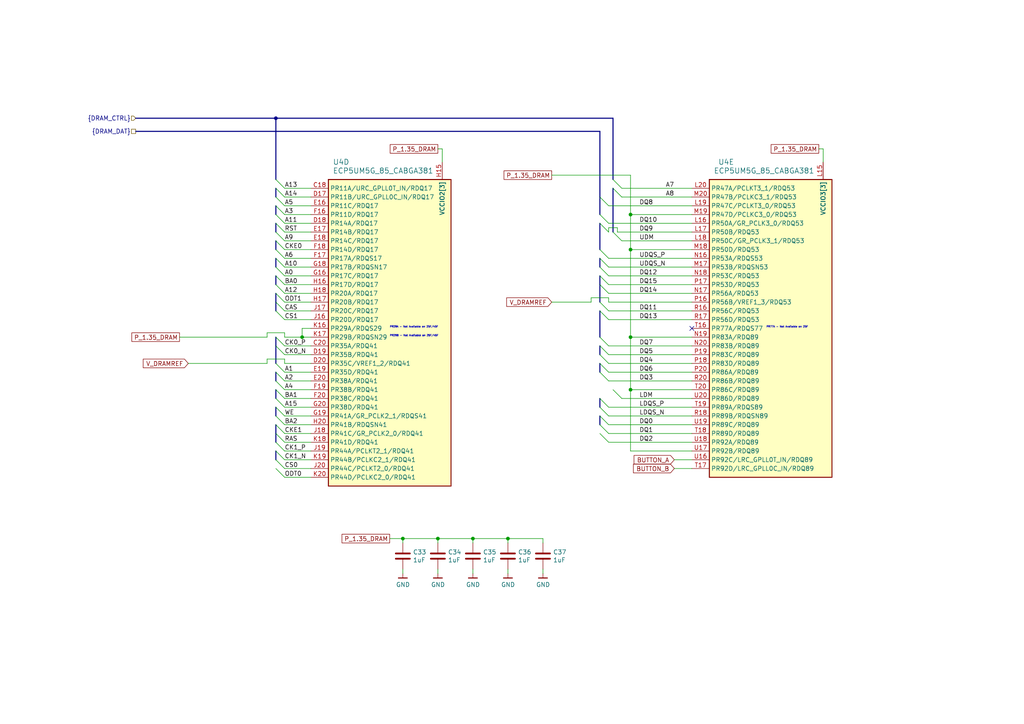
<source format=kicad_sch>
(kicad_sch (version 20200618) (host eeschema "5.99.0-unknown-73168a9~101~ubuntu18.04.1")
  (page 8 18)
  (paper "A4")
  (title_block (title "ButterStick") (date "2020-07-17") (rev "r1.0") (company "GsD") (comment 1 "Functional prototyping board for the Lattice ECP5."))
  (lib_symbols
    (symbol "Device:C" (pin_numbers hide) (pin_names (offset 0.254))
      (property "Reference" "C" (at 0.635 2.54 0))
      (property "Value" "C" (at 0.635 -2.54 0))
      (symbol "C_0_1"
        (polyline (pts (xy -2.032 -0.762) (xy 2.032 -0.762)) (stroke (width 0.508)))
        (polyline (pts (xy -2.032 0.762) (xy 2.032 0.762)) (stroke (width 0.508)))
      )
      (symbol "C_1_1"
        (pin passive line (at 0 3.81 270) (length 2.794) (name "~") (number "1"))
        (pin passive line (at 0 -3.81 90) (length 2.794) (name "~") (number "2"))
      )
    )
    (symbol "gkl_lattice:ECP5UM5G_85_CABGA381"
      (property "Reference" "U" (at 3.81 6.35 0))
      (property "Value" "ECP5UM5G_85_CABGA381" (at 3.81 3.81 0))
      (symbol "ECP5UM5G_85_CABGA381_1_1"
        (rectangle (start 5.08 16.51) (end 43.18 -11.43) (stroke (width 0.3048)) (fill (type background)))
        (pin power_in line (at 40.64 -16.51 90) (length 5.08) (name "GND[85]") (number "B14"))
        (pin power_in line (at 40.64 -16.51 90) (length 5.08) (name "GND[85]") (number "B7"))
        (pin power_in line (at 40.64 -16.51 90) (length 5.08) (name "GND[85]") (number "C19"))
        (pin power_in line (at 40.64 -16.51 90) (length 5.08) (name "GND[85]") (number "D4"))
        (pin power_in line (at 40.64 -16.51 90) (length 5.08) (name "GND[85]") (number "F13"))
        (pin power_in line (at 40.64 -16.51 90) (length 5.08) (name "GND[85]") (number "F14"))
        (pin power_in line (at 17.78 21.59 270) (length 5.08) (name "VCCAUX[4]") (number "F15"))
        (pin power_in line (at 17.78 21.59 270) (length 5.08) (name "VCCAUX[4]") (number "F6"))
        (pin power_in line (at 40.64 -16.51 90) (length 5.08) (name "GND[85]") (number "F7"))
        (pin power_in line (at 40.64 -16.51 90) (length 5.08) (name "GND[85]") (number "F8"))
        (pin power_in line (at 40.64 -16.51 90) (length 5.08) (name "GND[85]") (number "G10"))
        (pin power_in line (at 40.64 -16.51 90) (length 5.08) (name "GND[85]") (number "G11"))
        (pin power_in line (at 40.64 -16.51 90) (length 5.08) (name "GND[85]") (number "G12"))
        (pin power_in line (at 40.64 -16.51 90) (length 5.08) (name "GND[85]") (number "G13"))
        (pin power_in line (at 40.64 -16.51 90) (length 5.08) (name "GND[85]") (number "G14"))
        (pin power_in line (at 40.64 -16.51 90) (length 5.08) (name "GND[85]") (number "G15"))
        (pin power_in line (at 40.64 -16.51 90) (length 5.08) (name "GND[85]") (number "G17"))
        (pin power_in line (at 40.64 -16.51 90) (length 5.08) (name "GND[85]") (number "G4"))
        (pin power_in line (at 40.64 -16.51 90) (length 5.08) (name "GND[85]") (number "G6"))
        (pin power_in line (at 40.64 -16.51 90) (length 5.08) (name "GND[85]") (number "G7"))
        (pin power_in line (at 40.64 -16.51 90) (length 5.08) (name "GND[85]") (number "G8"))
        (pin power_in line (at 40.64 -16.51 90) (length 5.08) (name "GND[85]") (number "G9"))
        (pin power_in line (at 40.64 21.59 270) (length 5.08) (name "VCC[20]") (number "H10"))
        (pin power_in line (at 40.64 21.59 270) (length 5.08) (name "VCC[20]") (number "H11"))
        (pin power_in line (at 40.64 21.59 270) (length 5.08) (name "VCC[20]") (number "H12"))
        (pin power_in line (at 40.64 21.59 270) (length 5.08) (name "VCC[20]") (number "H13"))
        (pin power_in line (at 40.64 -16.51 90) (length 5.08) (name "GND[85]") (number "H19"))
        (pin power_in line (at 40.64 21.59 270) (length 5.08) (name "VCC[20]") (number "H8"))
        (pin power_in line (at 40.64 21.59 270) (length 5.08) (name "VCC[20]") (number "H9"))
        (pin power_in line (at 40.64 -16.51 90) (length 5.08) (name "GND[85]") (number "J10"))
        (pin power_in line (at 40.64 -16.51 90) (length 5.08) (name "GND[85]") (number "J11"))
        (pin power_in line (at 40.64 -16.51 90) (length 5.08) (name "GND[85]") (number "J12"))
        (pin power_in line (at 40.64 21.59 270) (length 5.08) (name "VCC[20]") (number "J13"))
        (pin power_in line (at 40.64 -16.51 90) (length 5.08) (name "GND[85]") (number "J14"))
        (pin power_in line (at 40.64 -16.51 90) (length 5.08) (name "GND[85]") (number "J2"))
        (pin power_in line (at 40.64 -16.51 90) (length 5.08) (name "GND[85]") (number "J7"))
        (pin power_in line (at 40.64 21.59 270) (length 5.08) (name "VCC[20]") (number "J8"))
        (pin power_in line (at 40.64 -16.51 90) (length 5.08) (name "GND[85]") (number "J9"))
        (pin power_in line (at 40.64 -16.51 90) (length 5.08) (name "GND[85]") (number "K10"))
        (pin power_in line (at 40.64 -16.51 90) (length 5.08) (name "GND[85]") (number "K11"))
        (pin power_in line (at 40.64 -16.51 90) (length 5.08) (name "GND[85]") (number "K12"))
        (pin power_in line (at 40.64 21.59 270) (length 5.08) (name "VCC[20]") (number "K13"))
        (pin power_in line (at 40.64 -16.51 90) (length 5.08) (name "GND[85]") (number "K14"))
        (pin power_in line (at 40.64 -16.51 90) (length 5.08) (name "GND[85]") (number "K15"))
        (pin power_in line (at 40.64 -16.51 90) (length 5.08) (name "GND[85]") (number "K6"))
        (pin power_in line (at 40.64 -16.51 90) (length 5.08) (name "GND[85]") (number "K7"))
        (pin power_in line (at 40.64 21.59 270) (length 5.08) (name "VCC[20]") (number "K8"))
        (pin power_in line (at 40.64 -16.51 90) (length 5.08) (name "GND[85]") (number "K9"))
        (pin power_in line (at 40.64 -16.51 90) (length 5.08) (name "GND[85]") (number "L10"))
        (pin power_in line (at 40.64 -16.51 90) (length 5.08) (name "GND[85]") (number "L11"))
        (pin power_in line (at 40.64 -16.51 90) (length 5.08) (name "GND[85]") (number "L12"))
        (pin power_in line (at 40.64 21.59 270) (length 5.08) (name "VCC[20]") (number "L13"))
        (pin power_in line (at 40.64 21.59 270) (length 5.08) (name "VCC[20]") (number "L8"))
        (pin power_in line (at 40.64 -16.51 90) (length 5.08) (name "GND[85]") (number "L9"))
        (pin power_in line (at 40.64 -16.51 90) (length 5.08) (name "GND[85]") (number "M10"))
        (pin power_in line (at 40.64 -16.51 90) (length 5.08) (name "GND[85]") (number "M11"))
        (pin power_in line (at 40.64 -16.51 90) (length 5.08) (name "GND[85]") (number "M12"))
        (pin power_in line (at 40.64 21.59 270) (length 5.08) (name "VCC[20]") (number "M13"))
        (pin power_in line (at 40.64 -16.51 90) (length 5.08) (name "GND[85]") (number "M14"))
        (pin power_in line (at 40.64 -16.51 90) (length 5.08) (name "GND[85]") (number "M16"))
        (pin power_in line (at 40.64 -16.51 90) (length 5.08) (name "GND[85]") (number "M2"))
        (pin power_in line (at 40.64 -16.51 90) (length 5.08) (name "GND[85]") (number "M7"))
        (pin power_in line (at 40.64 21.59 270) (length 5.08) (name "VCC[20]") (number "M8"))
        (pin power_in line (at 40.64 -16.51 90) (length 5.08) (name "GND[85]") (number "M9"))
        (pin power_in line (at 40.64 21.59 270) (length 5.08) (name "VCC[20]") (number "N10"))
        (pin power_in line (at 40.64 21.59 270) (length 5.08) (name "VCC[20]") (number "N11"))
        (pin power_in line (at 40.64 21.59 270) (length 5.08) (name "VCC[20]") (number "N12"))
        (pin power_in line (at 40.64 21.59 270) (length 5.08) (name "VCC[20]") (number "N13"))
        (pin power_in line (at 40.64 -16.51 90) (length 5.08) (name "GND[85]") (number "N14"))
        (pin power_in line (at 40.64 -16.51 90) (length 5.08) (name "GND[85]") (number "N15"))
        (pin power_in line (at 40.64 -16.51 90) (length 5.08) (name "GND[85]") (number "N6"))
        (pin power_in line (at 40.64 -16.51 90) (length 5.08) (name "GND[85]") (number "N7"))
        (pin power_in line (at 40.64 21.59 270) (length 5.08) (name "VCC[20]") (number "N8"))
        (pin power_in line (at 40.64 21.59 270) (length 5.08) (name "VCC[20]") (number "N9"))
        (pin power_in line (at 40.64 -16.51 90) (length 5.08) (name "GND[85]") (number "P11"))
        (pin power_in line (at 40.64 -16.51 90) (length 5.08) (name "GND[85]") (number "P12"))
        (pin power_in line (at 40.64 -16.51 90) (length 5.08) (name "GND[85]") (number "P13"))
        (pin power_in line (at 40.64 -16.51 90) (length 5.08) (name "GND[85]") (number "P14"))
        (pin power_in line (at 17.78 21.59 270) (length 5.08) (name "VCCAUX[4]") (number "P15"))
        (pin power_in line (at 17.78 21.59 270) (length 5.08) (name "VCCAUX[4]") (number "P6"))
        (pin power_in line (at 40.64 -16.51 90) (length 5.08) (name "GND[85]") (number "P7"))
        (pin power_in line (at 40.64 -16.51 90) (length 5.08) (name "GND[85]") (number "P8"))
        (pin power_in line (at 40.64 -16.51 90) (length 5.08) (name "GND[85]") (number "R19"))
        (pin power_in line (at 35.56 21.59 270) (length 5.08) (name "VCCHTX1_D0CH1") (number "T10"))
        (pin power_in line (at 33.02 21.59 270) (length 5.08) (name "VCCHTX0_D1CH0") (number "T11"))
        (pin power_in line (at 22.86 21.59 270) (length 5.08) (name "VCCHRX0_D1CH0") (number "T12"))
        (pin power_in line (at 27.94 21.59 270) (length 5.08) (name "VCCHRX1_D1CH1") (number "T13"))
        (pin power_in line (at 38.1 21.59 270) (length 5.08) (name "VCCHTX1_D1CH1") (number "T14"))
        (pin power_in line (at 10.16 21.59 270) (length 5.08) (name "VCCA1[2]") (number "T15"))
        (pin power_in line (at 7.62 21.59 270) (length 5.08) (name "VCCA0[2]") (number "T6"))
        (pin power_in line (at 30.48 21.59 270) (length 5.08) (name "VCCHTX0_D0CH0") (number "T7"))
        (pin power_in line (at 20.32 21.59 270) (length 5.08) (name "VCCHRX0_D0CH0") (number "T8"))
        (pin power_in line (at 25.4 21.59 270) (length 5.08) (name "VCCHRX1_D0CH1") (number "T9"))
        (pin power_in line (at 40.64 -16.51 90) (length 5.08) (name "GND[85]") (number "U10"))
        (pin power_in line (at 40.64 -16.51 90) (length 5.08) (name "GND[85]") (number "U11"))
        (pin power_in line (at 40.64 -16.51 90) (length 5.08) (name "GND[85]") (number "U12"))
        (pin power_in line (at 40.64 -16.51 90) (length 5.08) (name "GND[85]") (number "U13"))
        (pin power_in line (at 40.64 -16.51 90) (length 5.08) (name "GND[85]") (number "U14"))
        (pin power_in line (at 10.16 21.59 270) (length 5.08) (name "VCCA1[2]") (number "U15"))
        (pin power_in line (at 7.62 21.59 270) (length 5.08) (name "VCCA0[2]") (number "U6"))
        (pin power_in line (at 40.64 -16.51 90) (length 5.08) (name "GND[85]") (number "U7"))
        (pin power_in line (at 40.64 -16.51 90) (length 5.08) (name "GND[85]") (number "U8"))
        (pin power_in line (at 40.64 -16.51 90) (length 5.08) (name "GND[85]") (number "U9"))
        (pin power_in line (at 12.7 21.59 270) (length 5.08) (name "VCCAUXA0[2]") (number "V10"))
        (pin power_in line (at 12.7 21.59 270) (length 5.08) (name "VCCAUXA0[2]") (number "V11"))
        (pin power_in line (at 40.64 -16.51 90) (length 5.08) (name "GND[85]") (number "V12"))
        (pin power_in line (at 40.64 -16.51 90) (length 5.08) (name "GND[85]") (number "V13"))
        (pin power_in line (at 40.64 -16.51 90) (length 5.08) (name "GND[85]") (number "V14"))
        (pin power_in line (at 40.64 -16.51 90) (length 5.08) (name "GND[85]") (number "V15"))
        (pin power_in line (at 40.64 -16.51 90) (length 5.08) (name "GND[85]") (number "V16"))
        (pin power_in line (at 15.24 21.59 270) (length 5.08) (name "VCCAUXA1[2]") (number "V17"))
        (pin power_in line (at 15.24 21.59 270) (length 5.08) (name "VCCAUXA1[2]") (number "V18"))
        (pin power_in line (at 40.64 -16.51 90) (length 5.08) (name "GND[85]") (number "V19"))
        (pin power_in line (at 40.64 -16.51 90) (length 5.08) (name "GND[85]") (number "V20"))
        (pin power_in line (at 40.64 -16.51 90) (length 5.08) (name "GND[85]") (number "V5"))
        (pin power_in line (at 40.64 -16.51 90) (length 5.08) (name "GND[85]") (number "V6"))
        (pin power_in line (at 40.64 -16.51 90) (length 5.08) (name "GND[85]") (number "V7"))
        (pin power_in line (at 40.64 -16.51 90) (length 5.08) (name "GND[85]") (number "V8"))
        (pin power_in line (at 40.64 -16.51 90) (length 5.08) (name "GND[85]") (number "V9"))
        (pin bidirectional line (at 0 0 0) (length 5.08) (name "RESERVED") (number "W10"))
        (pin bidirectional line (at 0 -2.54 0) (length 5.08) (name "RESERVED") (number "W11"))
        (pin power_in line (at 40.64 -16.51 90) (length 5.08) (name "GND[85]") (number "W12"))
        (pin power_in line (at 40.64 -16.51 90) (length 5.08) (name "GND[85]") (number "W15"))
        (pin power_in line (at 40.64 -16.51 90) (length 5.08) (name "GND[85]") (number "W16"))
        (pin power_in line (at 40.64 -16.51 90) (length 5.08) (name "GND[85]") (number "W19"))
        (pin power_in line (at 40.64 -16.51 90) (length 5.08) (name "GND[85]") (number "W6"))
        (pin power_in line (at 40.64 -16.51 90) (length 5.08) (name "GND[85]") (number "W7"))
      )
      (symbol "ECP5UM5G_85_CABGA381_2_1"
        (rectangle (start 5.08 2.54) (end 40.64 -68.58) (stroke (width 0.3048)) (fill (type background)))
        (pin bidirectional line (at 0 -58.42 0) (length 5.08) (name "PT63A/PCLKT0_1") (number "A10"))
        (pin bidirectional line (at 0 -60.96 0) (length 5.08) (name "PT63B/PCLKC0_1") (number "A11"))
        (pin bidirectional line (at 0 0 0) (length 5.08) (name "PT4A/ULC_GPLL1T_IN") (number "A6"))
        (pin bidirectional line (at 0 -30.48 0) (length 5.08) (name "PT18A") (number "A7"))
        (pin bidirectional line (at 0 -33.02 0) (length 5.08) (name "PT18B") (number "A8"))
        (pin bidirectional line (at 0 -53.34 0) (length 5.08) (name "PT60A/GR_PCLK0_1") (number "A9"))
        (pin bidirectional line (at 0 -55.88 0) (length 5.08) (name "PT60B/GR_PCLK0_0") (number "B10"))
        (pin bidirectional line (at 0 -63.5 0) (length 5.08) (name "PT65A/PCLKT0_0") (number "B11"))
        (pin bidirectional line (at 0 -2.54 0) (length 5.08) (name "PT4B/ULC_GPLL1C_IN") (number "B6"))
        (pin bidirectional line (at 0 -27.94 0) (length 5.08) (name "PT15B") (number "B8"))
        (pin bidirectional line (at 0 -48.26 0) (length 5.08) (name "PT58A") (number "B9"))
        (pin bidirectional line (at 0 -50.8 0) (length 5.08) (name "PT58B") (number "C10"))
        (pin bidirectional line (at 0 -66.04 0) (length 5.08) (name "PT65B/PCLKC0_0") (number "C11"))
        (pin bidirectional line (at 0 -15.24 0) (length 5.08) (name "PT11A") (number "C6"))
        (pin bidirectional line (at 0 -17.78 0) (length 5.08) (name "PT11B") (number "C7"))
        (pin bidirectional line (at 0 -25.4 0) (length 5.08) (name "PT15A") (number "C8"))
        (pin bidirectional line (at 0 -40.64 0) (length 5.08) (name "PT54A") (number "C9"))
        (pin bidirectional line (at 0 -43.18 0) (length 5.08) (name "PT56A") (number "D10"))
        (pin bidirectional line (at 0 -7.62 0) (length 5.08) (name "PT6B") (number "D6"))
        (pin bidirectional line (at 0 -12.7 0) (length 5.08) (name "PT9B") (number "D7"))
        (pin bidirectional line (at 0 -22.86 0) (length 5.08) (name "PT13B") (number "D8"))
        (pin bidirectional line (at 0 -35.56 0) (length 5.08) (name "PT20A") (number "D9"))
        (pin bidirectional line (at 0 -45.72 0) (length 5.08) (name "PT56B") (number "E10"))
        (pin bidirectional line (at 0 -5.08 0) (length 5.08) (name "PT6A") (number "E6"))
        (pin bidirectional line (at 0 -10.16 0) (length 5.08) (name "PT9A") (number "E7"))
        (pin bidirectional line (at 0 -20.32 0) (length 5.08) (name "PT13A") (number "E8"))
        (pin bidirectional line (at 0 -38.1 0) (length 5.08) (name "PT20B") (number "E9"))
        (pin power_in line (at 38.1 7.62 270) (length 5.08) (name "VCCIO0[2]") (number "F10"))
        (pin power_in line (at 38.1 7.62 270) (length 5.08) (name "VCCIO0[2]") (number "F9"))
      )
      (symbol "ECP5UM5G_85_CABGA381_3_1"
        (rectangle (start 5.08 2.54) (end 40.64 -83.82) (stroke (width 0.3048)) (fill (type background)))
        (pin bidirectional line (at 0 -15.24 0) (length 5.08) (name "PT76A") (number "A12"))
        (pin bidirectional line (at 0 -17.78 0) (length 5.08) (name "PT76B") (number "A13"))
        (pin bidirectional line (at 0 -30.48 0) (length 5.08) (name "PT83A") (number "A14"))
        (pin bidirectional line (at 0 -40.64 0) (length 5.08) (name "PT103A") (number "A15"))
        (pin bidirectional line (at 0 -53.34 0) (length 5.08) (name "PT110A") (number "A16"))
        (pin bidirectional line (at 0 -68.58 0) (length 5.08) (name "PT116A") (number "A17"))
        (pin bidirectional line (at 0 -73.66 0) (length 5.08) (name "PT119A") (number "A18"))
        (pin bidirectional line (at 0 -78.74 0) (length 5.08) (name "PT121A/URC_GPLL1T_IN") (number "A19"))
        (pin bidirectional line (at 0 -5.08 0) (length 5.08) (name "PT71A/PCLKT1_0") (number "B12"))
        (pin bidirectional line (at 0 -20.32 0) (length 5.08) (name "PT78A") (number "B13"))
        (pin bidirectional line (at 0 -43.18 0) (length 5.08) (name "PT105A") (number "B15"))
        (pin bidirectional line (at 0 -55.88 0) (length 5.08) (name "PT110B") (number "B16"))
        (pin bidirectional line (at 0 -63.5 0) (length 5.08) (name "PT114A") (number "B17"))
        (pin bidirectional line (at 0 -71.12 0) (length 5.08) (name "PT116B") (number "B18"))
        (pin bidirectional line (at 0 -76.2 0) (length 5.08) (name "PT119B") (number "B19"))
        (pin bidirectional line (at 0 -81.28 0) (length 5.08) (name "PT121B/URC_GPLL1C_IN") (number "B20"))
        (pin bidirectional line (at 0 -7.62 0) (length 5.08) (name "PT71B/PCLKC1_0") (number "C12"))
        (pin bidirectional line (at 0 -22.86 0) (length 5.08) (name "PT78B") (number "C13"))
        (pin bidirectional line (at 0 -33.02 0) (length 5.08) (name "PT83B") (number "C14"))
        (pin bidirectional line (at 0 -45.72 0) (length 5.08) (name "PT105B") (number "C15"))
        (pin bidirectional line (at 0 -58.42 0) (length 5.08) (name "PT112A") (number "C16"))
        (pin bidirectional line (at 0 -66.04 0) (length 5.08) (name "PT114B") (number "C17"))
        (pin bidirectional line (at 0 0 0) (length 5.08) (name "PT69A/PCLKT1_1") (number "D11"))
        (pin bidirectional line (at 0 -10.16 0) (length 5.08) (name "PT74A/GR_PCLK1_0") (number "D12"))
        (pin bidirectional line (at 0 -25.4 0) (length 5.08) (name "PT80A") (number "D13"))
        (pin bidirectional line (at 0 -35.56 0) (length 5.08) (name "PT85A") (number "D14"))
        (pin bidirectional line (at 0 -48.26 0) (length 5.08) (name "PT107A") (number "D15"))
        (pin bidirectional line (at 0 -60.96 0) (length 5.08) (name "PT112B") (number "D16"))
        (pin bidirectional line (at 0 -2.54 0) (length 5.08) (name "PT69B/PCLKC1_1") (number "E11"))
        (pin bidirectional line (at 0 -12.7 0) (length 5.08) (name "PT74B/GR_PCLK1_1") (number "E12"))
        (pin bidirectional line (at 0 -27.94 0) (length 5.08) (name "PT80B") (number "E13"))
        (pin bidirectional line (at 0 -38.1 0) (length 5.08) (name "PT85B") (number "E14"))
        (pin bidirectional line (at 0 -50.8 0) (length 5.08) (name "PT107B") (number "E15"))
        (pin power_in line (at 38.1 7.62 270) (length 5.08) (name "VCCIO1[2]") (number "F11"))
        (pin power_in line (at 38.1 7.62 270) (length 5.08) (name "VCCIO1[2]") (number "F12"))
      )
      (symbol "ECP5UM5G_85_CABGA381_4_1"
        (rectangle (start 5.08 2.54) (end 40.64 -86.36) (stroke (width 0.3048)) (fill (type background)))
        (pin bidirectional line (at 0 0 0) (length 5.08) (name "PR11A/URC_GPLL0T_IN/RDQ17") (number "C18"))
        (pin bidirectional line (at 0 -45.72 0) (length 5.08) (name "PR35A/RDQ41") (number "C20"))
        (pin bidirectional line (at 0 -2.54 0) (length 5.08) (name "PR11B/URC_GPLL0C_IN/RDQ17") (number "D17"))
        (pin bidirectional line (at 0 -10.16 0) (length 5.08) (name "PR14A/RDQ17") (number "D18"))
        (pin bidirectional line (at 0 -48.26 0) (length 5.08) (name "PR35B/RDQ41") (number "D19"))
        (pin bidirectional line (at 0 -50.8 0) (length 5.08) (name "PR35C/VREF1_2/RDQ41") (number "D20"))
        (pin bidirectional line (at 0 -5.08 0) (length 5.08) (name "PR11C/RDQ17") (number "E16"))
        (pin bidirectional line (at 0 -12.7 0) (length 5.08) (name "PR14B/RDQ17") (number "E17"))
        (pin bidirectional line (at 0 -15.24 0) (length 5.08) (name "PR14C/RDQ17") (number "E18"))
        (pin bidirectional line (at 0 -53.34 0) (length 5.08) (name "PR35D/RDQ41") (number "E19"))
        (pin bidirectional line (at 0 -55.88 0) (length 5.08) (name "PR38A/RDQ41") (number "E20"))
        (pin bidirectional line (at 0 -7.62 0) (length 5.08) (name "PR11D/RDQ17") (number "F16"))
        (pin bidirectional line (at 0 -20.32 0) (length 5.08) (name "PR17A/RDQS17") (number "F17"))
        (pin bidirectional line (at 0 -17.78 0) (length 5.08) (name "PR14D/RDQ17") (number "F18"))
        (pin bidirectional line (at 0 -58.42 0) (length 5.08) (name "PR38B/RDQ41") (number "F19"))
        (pin bidirectional line (at 0 -60.96 0) (length 5.08) (name "PR38C/RDQ41") (number "F20"))
        (pin bidirectional line (at 0 -25.4 0) (length 5.08) (name "PR17C/RDQ17") (number "G16"))
        (pin bidirectional line (at 0 -22.86 0) (length 5.08) (name "PR17B/RDQSN17") (number "G18"))
        (pin bidirectional line (at 0 -66.04 0) (length 5.08) (name "PR41A/GR_PCLK2_1/RDQS41") (number "G19"))
        (pin bidirectional line (at 0 -63.5 0) (length 5.08) (name "PR38D/RDQ41") (number "G20"))
        (pin power_in line (at 38.1 7.62 270) (length 5.08) (name "VCCIO2[3]") (number "H14"))
        (pin power_in line (at 38.1 7.62 270) (length 5.08) (name "VCCIO2[3]") (number "H15"))
        (pin bidirectional line (at 0 -27.94 0) (length 5.08) (name "PR17D/RDQ17") (number "H16"))
        (pin bidirectional line (at 0 -33.02 0) (length 5.08) (name "PR20B/RDQ17") (number "H17"))
        (pin bidirectional line (at 0 -30.48 0) (length 5.08) (name "PR20A/RDQ17") (number "H18"))
        (pin bidirectional line (at 0 -68.58 0) (length 5.08) (name "PR41B/RDQSN41") (number "H20"))
        (pin power_in line (at 38.1 7.62 270) (length 5.08) (name "VCCIO2[3]") (number "J15"))
        (pin bidirectional line (at 0 -38.1 0) (length 5.08) (name "PR20D/RDQ17") (number "J16"))
        (pin bidirectional line (at 0 -35.56 0) (length 5.08) (name "PR20C/RDQ17") (number "J17"))
        (pin bidirectional line (at 0 -71.12 0) (length 5.08) (name "PR41C/GR_PCLK2_0/RDQ41") (number "J18"))
        (pin bidirectional line (at 0 -76.2 0) (length 5.08) (name "PR44A/PCLKT2_1/RDQ41") (number "J19"))
        (pin bidirectional line (at 0 -81.28 0) (length 5.08) (name "PR44C/PCLKT2_0/RDQ41") (number "J20"))
        (pin bidirectional line (at 0 -40.64 0) (length 5.08) (name "PR29A/RDQS29") (number "K16"))
        (pin bidirectional line (at 0 -43.18 0) (length 5.08) (name "PR29B/RDQSN29") (number "K17"))
        (pin bidirectional line (at 0 -73.66 0) (length 5.08) (name "PR41D/RDQ41") (number "K18"))
        (pin bidirectional line (at 0 -78.74 0) (length 5.08) (name "PR44B/PCLKC2_1/RDQ41") (number "K19"))
        (pin bidirectional line (at 0 -83.82 0) (length 5.08) (name "PR44D/PCLKC2_0/RDQ41") (number "K20"))
      )
      (symbol "ECP5UM5G_85_CABGA381_5_1"
        (rectangle (start 5.08 2.54) (end 40.64 -83.82) (stroke (width 0.3048)) (fill (type background)))
        (pin power_in line (at 38.1 7.62 270) (length 5.08) (name "VCCIO3[3]") (number "L14"))
        (pin power_in line (at 38.1 7.62 270) (length 5.08) (name "VCCIO3[3]") (number "L15"))
        (pin bidirectional line (at 0 -10.16 0) (length 5.08) (name "PR50A/GR_PCLK3_0/RDQ53") (number "L16"))
        (pin bidirectional line (at 0 -12.7 0) (length 5.08) (name "PR50B/RDQ53") (number "L17"))
        (pin bidirectional line (at 0 -15.24 0) (length 5.08) (name "PR50C/GR_PCLK3_1/RDQ53") (number "L18"))
        (pin bidirectional line (at 0 -5.08 0) (length 5.08) (name "PR47C/PCLKT3_0/RDQ53") (number "L19"))
        (pin bidirectional line (at 0 0 0) (length 5.08) (name "PR47A/PCLKT3_1/RDQ53") (number "L20"))
        (pin power_in line (at 38.1 7.62 270) (length 5.08) (name "VCCIO3[3]") (number "M15"))
        (pin bidirectional line (at 0 -22.86 0) (length 5.08) (name "PR53B/RDQSN53") (number "M17"))
        (pin bidirectional line (at 0 -17.78 0) (length 5.08) (name "PR50D/RDQ53") (number "M18"))
        (pin bidirectional line (at 0 -7.62 0) (length 5.08) (name "PR47D/PCLKC3_0/RDQ53") (number "M19"))
        (pin bidirectional line (at 0 -2.54 0) (length 5.08) (name "PR47B/PCLKC3_1/RDQ53") (number "M20"))
        (pin bidirectional line (at 0 -20.32 0) (length 5.08) (name "PR53A/RDQS53") (number "N16"))
        (pin bidirectional line (at 0 -30.48 0) (length 5.08) (name "PR56A/RDQ53") (number "N17"))
        (pin bidirectional line (at 0 -25.4 0) (length 5.08) (name "PR53C/RDQ53") (number "N18"))
        (pin bidirectional line (at 0 -43.18 0) (length 5.08) (name "PR83A/RDQ89") (number "N19"))
        (pin bidirectional line (at 0 -45.72 0) (length 5.08) (name "PR83B/RDQ89") (number "N20"))
        (pin bidirectional line (at 0 -33.02 0) (length 5.08) (name "PR56B/VREF1_3/RDQ53") (number "P16"))
        (pin bidirectional line (at 0 -27.94 0) (length 5.08) (name "PR53D/RDQ53") (number "P17"))
        (pin bidirectional line (at 0 -50.8 0) (length 5.08) (name "PR83D/RDQ89") (number "P18"))
        (pin bidirectional line (at 0 -48.26 0) (length 5.08) (name "PR83C/RDQ89") (number "P19"))
        (pin bidirectional line (at 0 -53.34 0) (length 5.08) (name "PR86A/RDQ89") (number "P20"))
        (pin bidirectional line (at 0 -35.56 0) (length 5.08) (name "PR56C/RDQ53") (number "R16"))
        (pin bidirectional line (at 0 -38.1 0) (length 5.08) (name "PR56D/RDQ53") (number "R17"))
        (pin bidirectional line (at 0 -66.04 0) (length 5.08) (name "PR89B/RDQSN89") (number "R18"))
        (pin bidirectional line (at 0 -55.88 0) (length 5.08) (name "PR86B/RDQ89") (number "R20"))
        (pin bidirectional line (at 0 -40.64 0) (length 5.08) (name "PR77A/RDQS77") (number "T16"))
        (pin bidirectional line (at 0 -81.28 0) (length 5.08) (name "PR92D/LRC_GPLL0C_IN/RDQ89") (number "T17"))
        (pin bidirectional line (at 0 -71.12 0) (length 5.08) (name "PR89D/RDQ89") (number "T18"))
        (pin bidirectional line (at 0 -63.5 0) (length 5.08) (name "PR89A/RDQS89") (number "T19"))
        (pin bidirectional line (at 0 -58.42 0) (length 5.08) (name "PR86C/RDQ89") (number "T20"))
        (pin bidirectional line (at 0 -78.74 0) (length 5.08) (name "PR92C/LRC_GPLL0T_IN/RDQ89") (number "U16"))
        (pin bidirectional line (at 0 -76.2 0) (length 5.08) (name "PR92B/RDQ89") (number "U17"))
        (pin bidirectional line (at 0 -73.66 0) (length 5.08) (name "PR92A/RDQ89") (number "U18"))
        (pin bidirectional line (at 0 -68.58 0) (length 5.08) (name "PR89C/RDQ89") (number "U19"))
        (pin bidirectional line (at 0 -60.96 0) (length 5.08) (name "PR86D/RDQ89") (number "U20"))
      )
      (symbol "ECP5UM5G_85_CABGA381_6_1"
        (rectangle (start 5.08 2.54) (end 40.64 -83.82) (stroke (width 0.3048)) (fill (type background)))
        (pin bidirectional line (at 0 -2.54 0) (length 5.08) (name "PL47B/PCLKC6_1/LDQ53") (number "F1"))
        (pin bidirectional line (at 0 -7.62 0) (length 5.08) (name "PL47D/PCLKC6_0/LDQ53") (number "G1"))
        (pin bidirectional line (at 0 0 0) (length 5.08) (name "PL47A/PCLKT6_1/LDQ53") (number "G2"))
        (pin bidirectional line (at 0 -25.4 0) (length 5.08) (name "PL53C/LDQ53") (number "H1"))
        (pin bidirectional line (at 0 -5.08 0) (length 5.08) (name "PL47C/PCLKT6_0/LDQ53") (number "H2"))
        (pin bidirectional line (at 0 -22.86 0) (length 5.08) (name "PL53B/LDQSN53") (number "J1"))
        (pin bidirectional line (at 0 -15.24 0) (length 5.08) (name "PL50C/GR_PCLK6_1/LDQ53") (number "J3"))
        (pin bidirectional line (at 0 -10.16 0) (length 5.08) (name "PL50A/GR_PCLK6_0/LDQ53") (number "J4"))
        (pin bidirectional line (at 0 -12.7 0) (length 5.08) (name "PL50B/LDQ53") (number "J5"))
        (pin bidirectional line (at 0 -27.94 0) (length 5.08) (name "PL53D/LDQ53") (number "K1"))
        (pin bidirectional line (at 0 -20.32 0) (length 5.08) (name "PL53A/LDQS53") (number "K2"))
        (pin bidirectional line (at 0 -17.78 0) (length 5.08) (name "PL50D/LDQ53") (number "K3"))
        (pin bidirectional line (at 0 -30.48 0) (length 5.08) (name "PL56A/LDQ53") (number "K4"))
        (pin bidirectional line (at 0 -33.02 0) (length 5.08) (name "PL56B/VREF1_6/LDQ53") (number "K5"))
        (pin bidirectional line (at 0 -68.58 0) (length 5.08) (name "PL89C/LDQ89") (number "L1"))
        (pin bidirectional line (at 0 -60.96 0) (length 5.08) (name "PL86D/LDQ89") (number "L2"))
        (pin bidirectional line (at 0 -58.42 0) (length 5.08) (name "PL86C/LDQ89") (number "L3"))
        (pin bidirectional line (at 0 -35.56 0) (length 5.08) (name "PL56C/LDQ53") (number "L4"))
        (pin bidirectional line (at 0 -38.1 0) (length 5.08) (name "PL56D/LDQ53") (number "L5"))
        (pin power_in line (at 38.1 7.62 270) (length 5.08) (name "VCCIO6[3]") (number "L6"))
        (pin power_in line (at 38.1 7.62 270) (length 5.08) (name "VCCIO6[3]") (number "L7"))
        (pin bidirectional line (at 0 -66.04 0) (length 5.08) (name "PL89B/LDQSN89") (number "M1"))
        (pin bidirectional line (at 0 -55.88 0) (length 5.08) (name "PL86B/LDQ89") (number "M3"))
        (pin bidirectional line (at 0 -43.18 0) (length 5.08) (name "PL83A/LDQ89") (number "M4"))
        (pin bidirectional line (at 0 -40.64 0) (length 5.08) (name "PL77A/LDQS77") (number "M5"))
        (pin power_in line (at 38.1 7.62 270) (length 5.08) (name "VCCIO6[3]") (number "M6"))
        (pin bidirectional line (at 0 -71.12 0) (length 5.08) (name "PL89D/LDQ89") (number "N1"))
        (pin bidirectional line (at 0 -63.5 0) (length 5.08) (name "PL89A/LDQS89") (number "N2"))
        (pin bidirectional line (at 0 -53.34 0) (length 5.08) (name "PL86A/LDQ89") (number "N3"))
        (pin bidirectional line (at 0 -48.26 0) (length 5.08) (name "PL83C/LDQ89") (number "N4"))
        (pin bidirectional line (at 0 -45.72 0) (length 5.08) (name "PL83B/LDQ89") (number "N5"))
        (pin bidirectional line (at 0 -73.66 0) (length 5.08) (name "PL92A/LDQ89") (number "P1"))
        (pin bidirectional line (at 0 -76.2 0) (length 5.08) (name "PL92B/LDQ89") (number "P2"))
        (pin bidirectional line (at 0 -78.74 0) (length 5.08) (name "PL92C/LLC_GPLL0T_IN/LDQ89") (number "P3"))
        (pin bidirectional line (at 0 -81.28 0) (length 5.08) (name "PL92D/LLC_GPLL0C_IN/LDQ89") (number "P4"))
        (pin bidirectional line (at 0 -50.8 0) (length 5.08) (name "PL83D/LDQ89") (number "P5"))
      )
      (symbol "ECP5UM5G_85_CABGA381_7_1"
        (rectangle (start 5.08 2.54) (end 40.64 -81.28) (stroke (width 0.3048)) (fill (type background)))
        (pin bidirectional line (at 0 -40.64 0) (length 5.08) (name "PL35A/LDQ41") (number "A2"))
        (pin bidirectional line (at 0 -15.24 0) (length 5.08) (name "PL14C/LDQ17") (number "A3"))
        (pin bidirectional line (at 0 0 0) (length 5.08) (name "PL11A/ULC_GPLL0T_IN/LDQ17") (number "A4"))
        (pin bidirectional line (at 0 -2.54 0) (length 5.08) (name "PL11B/ULC_GPLL0C_IN/LDQ17") (number "A5"))
        (pin bidirectional line (at 0 -43.18 0) (length 5.08) (name "PL35B/LDQ41") (number "B1"))
        (pin bidirectional line (at 0 -45.72 0) (length 5.08) (name "PL35C/VREF1_7/LDQ41") (number "B2"))
        (pin bidirectional line (at 0 -17.78 0) (length 5.08) (name "PL14D/LDQ17") (number "B3"))
        (pin bidirectional line (at 0 -12.7 0) (length 5.08) (name "PL14B/LDQ17") (number "B4"))
        (pin bidirectional line (at 0 -5.08 0) (length 5.08) (name "PL11C/LDQ17") (number "B5"))
        (pin bidirectional line (at 0 -50.8 0) (length 5.08) (name "PL38A/LDQ41") (number "C1"))
        (pin bidirectional line (at 0 -48.26 0) (length 5.08) (name "PL35D/LDQ41") (number "C2"))
        (pin bidirectional line (at 0 -25.4 0) (length 5.08) (name "PL17C/LDQ17") (number "C3"))
        (pin bidirectional line (at 0 -10.16 0) (length 5.08) (name "PL14A/LDQ17") (number "C4"))
        (pin bidirectional line (at 0 -7.62 0) (length 5.08) (name "PL11D/LDQ17") (number "C5"))
        (pin bidirectional line (at 0 -53.34 0) (length 5.08) (name "PL38B/LDQ41") (number "D1"))
        (pin bidirectional line (at 0 -55.88 0) (length 5.08) (name "PL38C/LDQ41") (number "D2"))
        (pin bidirectional line (at 0 -27.94 0) (length 5.08) (name "PL17D/LDQ17") (number "D3"))
        (pin bidirectional line (at 0 -22.86 0) (length 5.08) (name "PL17B/LDQSN17") (number "D5"))
        (pin bidirectional line (at 0 -58.42 0) (length 5.08) (name "PL38D/LDQ41") (number "E1"))
        (pin bidirectional line (at 0 -78.74 0) (length 5.08) (name "PL44D/PCLKC7_0/LDQ41") (number "E2"))
        (pin bidirectional line (at 0 -33.02 0) (length 5.08) (name "PL20B/LDQ17") (number "E3"))
        (pin bidirectional line (at 0 -20.32 0) (length 5.08) (name "PL17A/LDQS17") (number "E4"))
        (pin bidirectional line (at 0 -35.56 0) (length 5.08) (name "PL20C/LDQ17") (number "E5"))
        (pin bidirectional line (at 0 -76.2 0) (length 5.08) (name "PL44C/PCLKT7_0/LDQ41") (number "F2"))
        (pin bidirectional line (at 0 -73.66 0) (length 5.08) (name "PL44B/PCLKC7_1/LDQ41") (number "F3"))
        (pin bidirectional line (at 0 -30.48 0) (length 5.08) (name "PL20A/LDQ17") (number "F4"))
        (pin bidirectional line (at 0 -38.1 0) (length 5.08) (name "PL20D/LDQ17") (number "F5"))
        (pin bidirectional line (at 0 -71.12 0) (length 5.08) (name "PL44A/PCLKT7_1/LDQ41") (number "G3"))
        (pin bidirectional line (at 0 -63.5 0) (length 5.08) (name "PL41B/LDQSN41") (number "G5"))
        (pin bidirectional line (at 0 -68.58 0) (length 5.08) (name "PL41D/LDQ41") (number "H3"))
        (pin bidirectional line (at 0 -60.96 0) (length 5.08) (name "PL41A/GR_PCLK7_1/LDQS41") (number "H4"))
        (pin bidirectional line (at 0 -66.04 0) (length 5.08) (name "PL41C/GR_PCLK7_0/LDQ41") (number "H5"))
        (pin power_in line (at 38.1 7.62 270) (length 5.08) (name "VCCIO7[3]") (number "H6"))
        (pin power_in line (at 38.1 7.62 270) (length 5.08) (name "VCCIO7[3]") (number "H7"))
        (pin power_in line (at 38.1 7.62 270) (length 5.08) (name "VCCIO7[3]") (number "J6"))
      )
      (symbol "ECP5UM5G_85_CABGA381_8_1"
        (rectangle (start 5.08 2.54) (end 45.72 -50.8) (stroke (width 0.3048)) (fill (type background)))
        (pin power_in line (at 43.18 7.62 270) (length 5.08) (name "VCCIO8[2]") (number "P10"))
        (pin power_in line (at 43.18 7.62 270) (length 5.08) (name "VCCIO8[2]") (number "P9"))
        (pin bidirectional line (at 0 -15.24 0) (length 5.08) (name "PB4A/D7/IO7") (number "R1"))
        (pin bidirectional line (at 0 -40.64 0) (length 5.08) (name "PB15A/HOLDN/DI/BUSY/CSSPIN/CEN") (number "R2"))
        (pin bidirectional line (at 0 -43.18 0) (length 5.08) (name "PB15B/DOUT/CSON") (number "R3"))
        (pin bidirectional line (at 0 -7.62 0) (length 5.08) (name "CFG_2") (number "R4"))
        (pin bidirectional line (at 0 -17.78 0) (length 5.08) (name "PB4B/D6/IO6") (number "T1"))
        (pin bidirectional line (at 0 -35.56 0) (length 5.08) (name "PB13A/SN/CSN") (number "T2"))
        (pin bidirectional line (at 0 -45.72 0) (length 5.08) (name "PB18A/WRITEN") (number "T3"))
        (pin bidirectional line (at 0 -5.08 0) (length 5.08) (name "CFG_1") (number "T4"))
        (pin bidirectional line (at 0 -20.32 0) (length 5.08) (name "PB6A/D5/MISO2/IO5") (number "U1"))
        (pin bidirectional line (at 0 -38.1 0) (length 5.08) (name "PB13B/CS1N") (number "U2"))
        (pin bidirectional line (at 0 0 0) (length 5.08) (name "CCLK/MCLK/SCK") (number "U3"))
        (pin bidirectional line (at 0 -2.54 0) (length 5.08) (name "CFG_0") (number "U4"))
        (pin bidirectional line (at 0 -22.86 0) (length 5.08) (name "PB6B/D4/MOSI2/IO4") (number "V1"))
        (pin bidirectional line (at 0 -30.48 0) (length 5.08) (name "PB11A/D1/MISO/IO1") (number "V2"))
        (pin bidirectional line (at 0 -12.7 0) (length 5.08) (name "INITN") (number "V3"))
        (pin bidirectional line (at 0 -25.4 0) (length 5.08) (name "PB9A/D3/IO3") (number "W1"))
        (pin bidirectional line (at 0 -33.02 0) (length 5.08) (name "PB11B/D0/MOSI/IO0") (number "W2"))
        (pin bidirectional line (at 0 -48.26 0) (length 5.08) (name "PROGRAMN") (number "W3"))
        (pin bidirectional line (at 0 -27.94 0) (length 5.08) (name "PB9B/D2/IO2") (number "Y2"))
        (pin bidirectional line (at 0 -10.16 0) (length 5.08) (name "DONE") (number "Y3"))
      )
      (symbol "ECP5UM5G_85_CABGA381_9_1"
        (rectangle (start 5.08 2.54) (end 12.7 -10.16) (stroke (width 0.3048)) (fill (type background)))
        (pin bidirectional line (at 0 -2.54 0) (length 5.08) (name "TDI") (number "R5"))
        (pin bidirectional line (at 0 0 0) (length 5.08) (name "TCK") (number "T5"))
        (pin bidirectional line (at 0 -7.62 0) (length 5.08) (name "TMS") (number "U5"))
        (pin bidirectional line (at 0 -5.08 0) (length 5.08) (name "TDO") (number "V4"))
      )
      (symbol "ECP5UM5G_85_CABGA381_10_1"
        (rectangle (start 5.08 5.08) (end 27.94 -27.94) (stroke (width 0.3048)) (fill (type background)))
        (pin bidirectional line (at 0 -10.16 0) (length 5.08) (name "HDTXP0_D0CH0") (number "W4"))
        (pin bidirectional line (at 0 -12.7 0) (length 5.08) (name "HDTXN0_D0CH0") (number "W5"))
        (pin bidirectional line (at 0 -15.24 0) (length 5.08) (name "HDTXP0_D0CH1") (number "W8"))
        (pin bidirectional line (at 0 -17.78 0) (length 5.08) (name "HDTXN0_D0CH1") (number "W9"))
        (pin bidirectional line (at 0 -22.86 0) (length 5.08) (name "REFCLKP_D0") (number "Y11"))
        (pin bidirectional line (at 0 -25.4 0) (length 5.08) (name "REFCLKN_D0") (number "Y12"))
        (pin bidirectional line (at 0 2.54 0) (length 5.08) (name "HDRXP0_D0CH0") (number "Y5"))
        (pin bidirectional line (at 0 0 0) (length 5.08) (name "HDRXN0_D0CH0") (number "Y6"))
        (pin bidirectional line (at 0 -2.54 0) (length 5.08) (name "HDRXP0_D0CH1") (number "Y7"))
        (pin bidirectional line (at 0 -5.08 0) (length 5.08) (name "HDRXN0_D0CH1") (number "Y8"))
      )
      (symbol "ECP5UM5G_85_CABGA381_11_1"
        (rectangle (start 5.08 5.08) (end 27.94 -27.94) (stroke (width 0.3048)) (fill (type background)))
        (pin bidirectional line (at 0 -10.16 0) (length 5.08) (name "HDTXP0_D1CH0") (number "W13"))
        (pin bidirectional line (at 0 -12.7 0) (length 5.08) (name "HDTXN0_D1CH0") (number "W14"))
        (pin bidirectional line (at 0 -15.24 0) (length 5.08) (name "HDTXP0_D1CH1") (number "W17"))
        (pin bidirectional line (at 0 -17.78 0) (length 5.08) (name "HDTXN0_D1CH1") (number "W18"))
        (pin bidirectional line (at 0 -25.4 0) (length 5.08) (name "REFCLKN_D1") (number "W20"))
        (pin bidirectional line (at 0 2.54 0) (length 5.08) (name "HDRXP0_D1CH0") (number "Y14"))
        (pin bidirectional line (at 0 0 0) (length 5.08) (name "HDRXN0_D1CH0") (number "Y15"))
        (pin bidirectional line (at 0 -2.54 0) (length 5.08) (name "HDRXP0_D1CH1") (number "Y16"))
        (pin bidirectional line (at 0 -5.08 0) (length 5.08) (name "HDRXN0_D1CH1") (number "Y17"))
        (pin bidirectional line (at 0 -22.86 0) (length 5.08) (name "REFCLKP_D1") (number "Y19"))
      )
    )
    (symbol "gkl_power:GND" (power) (pin_names (offset 0))
      (property "Value" "GND" (at 0 -2.54 0))
      (symbol "GND_0_1"
        (polyline (pts (xy 0 -1.27) (xy 0 0)))
        (polyline (pts (xy 1.27 -1.27) (xy -1.27 -1.27)) (stroke (width 0.3048)))
      )
      (symbol "GND_1_1"
        (pin power_in line (at 0 0 270) (length 0) hide (name "GND") (number "1"))
      )
    )
  )
  (junction (at 87.63 97.79))
  (junction (at 116.84 156.21))
  (junction (at 127 156.21))
  (junction (at 137.16 156.21))
  (junction (at 147.32 156.21))
  (junction (at 182.88 62.23))
  (junction (at 182.88 72.39))
  (junction (at 182.88 97.79))
  (junction (at 182.88 113.03))
  (junction (at 80.01 34.29))
  (no_connect (at 200.66 95.25))
  (bus_entry (at 80.01 52.07) (size 2.54 2.54) (stroke (width 0.1524)))
  (bus_entry (at 80.01 54.61) (size 2.54 2.54) (stroke (width 0.1524)))
  (bus_entry (at 80.01 57.15) (size 2.54 2.54) (stroke (width 0.1524)))
  (bus_entry (at 80.01 59.69) (size 2.54 2.54) (stroke (width 0.1524)))
  (bus_entry (at 80.01 62.23) (size 2.54 2.54) (stroke (width 0.1524)))
  (bus_entry (at 80.01 64.77) (size 2.54 2.54) (stroke (width 0.1524)))
  (bus_entry (at 80.01 67.31) (size 2.54 2.54) (stroke (width 0.1524)))
  (bus_entry (at 80.01 69.85) (size 2.54 2.54) (stroke (width 0.1524)))
  (bus_entry (at 80.01 72.39) (size 2.54 2.54) (stroke (width 0.1524)))
  (bus_entry (at 80.01 74.93) (size 2.54 2.54) (stroke (width 0.1524)))
  (bus_entry (at 80.01 77.47) (size 2.54 2.54) (stroke (width 0.1524)))
  (bus_entry (at 80.01 80.01) (size 2.54 2.54) (stroke (width 0.1524)))
  (bus_entry (at 80.01 82.55) (size 2.54 2.54) (stroke (width 0.1524)))
  (bus_entry (at 80.01 85.09) (size 2.54 2.54) (stroke (width 0.1524)))
  (bus_entry (at 80.01 87.63) (size 2.54 2.54) (stroke (width 0.1524)))
  (bus_entry (at 80.01 90.17) (size 2.54 2.54) (stroke (width 0.1524)))
  (bus_entry (at 80.01 97.79) (size 2.54 2.54) (stroke (width 0.1524)))
  (bus_entry (at 80.01 100.33) (size 2.54 2.54) (stroke (width 0.1524)))
  (bus_entry (at 80.01 105.41) (size 2.54 2.54) (stroke (width 0.1524)))
  (bus_entry (at 80.01 107.95) (size 2.54 2.54) (stroke (width 0.1524)))
  (bus_entry (at 80.01 110.49) (size 2.54 2.54) (stroke (width 0.1524)))
  (bus_entry (at 80.01 113.03) (size 2.54 2.54) (stroke (width 0.1524)))
  (bus_entry (at 80.01 115.57) (size 2.54 2.54) (stroke (width 0.1524)))
  (bus_entry (at 80.01 118.11) (size 2.54 2.54) (stroke (width 0.1524)))
  (bus_entry (at 80.01 120.65) (size 2.54 2.54) (stroke (width 0.1524)))
  (bus_entry (at 80.01 123.19) (size 2.54 2.54) (stroke (width 0.1524)))
  (bus_entry (at 80.01 125.73) (size 2.54 2.54) (stroke (width 0.1524)))
  (bus_entry (at 80.01 128.27) (size 2.54 2.54) (stroke (width 0.1524)))
  (bus_entry (at 80.01 130.81) (size 2.54 2.54) (stroke (width 0.1524)))
  (bus_entry (at 80.01 133.35) (size 2.54 2.54) (stroke (width 0.1524)))
  (bus_entry (at 80.01 135.89) (size 2.54 2.54) (stroke (width 0.1524)))
  (bus_entry (at 173.99 57.15) (size 2.54 2.54) (stroke (width 0.1524)))
  (bus_entry (at 173.99 62.23) (size 2.54 2.54) (stroke (width 0.1524)))
  (bus_entry (at 173.99 64.77) (size 2.54 2.54) (stroke (width 0.1524)))
  (bus_entry (at 173.99 72.39) (size 2.54 2.54) (stroke (width 0.1524)))
  (bus_entry (at 173.99 74.93) (size 2.54 2.54) (stroke (width 0.1524)))
  (bus_entry (at 173.99 77.47) (size 2.54 2.54) (stroke (width 0.1524)))
  (bus_entry (at 173.99 80.01) (size 2.54 2.54) (stroke (width 0.1524)))
  (bus_entry (at 173.99 82.55) (size 2.54 2.54) (stroke (width 0.1524)))
  (bus_entry (at 173.99 87.63) (size 2.54 2.54) (stroke (width 0.1524)))
  (bus_entry (at 173.99 90.17) (size 2.54 2.54) (stroke (width 0.1524)))
  (bus_entry (at 173.99 97.79) (size 2.54 2.54) (stroke (width 0.1524)))
  (bus_entry (at 173.99 100.33) (size 2.54 2.54) (stroke (width 0.1524)))
  (bus_entry (at 173.99 102.87) (size 2.54 2.54) (stroke (width 0.1524)))
  (bus_entry (at 173.99 105.41) (size 2.54 2.54) (stroke (width 0.1524)))
  (bus_entry (at 173.99 107.95) (size 2.54 2.54) (stroke (width 0.1524)))
  (bus_entry (at 173.99 115.57) (size 2.54 2.54) (stroke (width 0.1524)))
  (bus_entry (at 173.99 118.11) (size 2.54 2.54) (stroke (width 0.1524)))
  (bus_entry (at 173.99 120.65) (size 2.54 2.54) (stroke (width 0.1524)))
  (bus_entry (at 173.99 123.19) (size 2.54 2.54) (stroke (width 0.1524)))
  (bus_entry (at 173.99 125.73) (size 2.54 2.54) (stroke (width 0.1524)))
  (bus_entry (at 177.8 52.07) (size 2.54 2.54) (stroke (width 0.1524)))
  (bus_entry (at 177.8 54.61) (size 2.54 2.54) (stroke (width 0.1524)))
  (bus_entry (at 177.8 67.31) (size 2.54 2.54) (stroke (width 0.1524)))
  (bus_entry (at 177.8 113.03) (size 2.54 2.54) (stroke (width 0.1524)))
  (wire (pts (xy 52.07 97.79) (xy 77.47 97.79)))
  (wire (pts (xy 54.61 105.41) (xy 77.47 105.41)))
  (wire (pts (xy 77.47 96.52) (xy 77.47 97.79)))
  (wire (pts (xy 77.47 104.14) (xy 82.55 104.14)))
  (wire (pts (xy 77.47 105.41) (xy 77.47 104.14)))
  (wire (pts (xy 82.55 54.61) (xy 90.17 54.61)))
  (wire (pts (xy 82.55 57.15) (xy 90.17 57.15)))
  (wire (pts (xy 82.55 59.69) (xy 90.17 59.69)))
  (wire (pts (xy 82.55 62.23) (xy 90.17 62.23)))
  (wire (pts (xy 82.55 64.77) (xy 90.17 64.77)))
  (wire (pts (xy 82.55 67.31) (xy 90.17 67.31)))
  (wire (pts (xy 82.55 69.85) (xy 90.17 69.85)))
  (wire (pts (xy 82.55 72.39) (xy 90.17 72.39)))
  (wire (pts (xy 82.55 74.93) (xy 90.17 74.93)))
  (wire (pts (xy 82.55 77.47) (xy 90.17 77.47)))
  (wire (pts (xy 82.55 80.01) (xy 90.17 80.01)))
  (wire (pts (xy 82.55 82.55) (xy 90.17 82.55)))
  (wire (pts (xy 82.55 85.09) (xy 90.17 85.09)))
  (wire (pts (xy 82.55 87.63) (xy 90.17 87.63)))
  (wire (pts (xy 82.55 90.17) (xy 90.17 90.17)))
  (wire (pts (xy 82.55 92.71) (xy 90.17 92.71)))
  (wire (pts (xy 82.55 96.52) (xy 77.47 96.52)))
  (wire (pts (xy 82.55 97.79) (xy 82.55 96.52)))
  (wire (pts (xy 82.55 97.79) (xy 87.63 97.79)))
  (wire (pts (xy 82.55 100.33) (xy 90.17 100.33)))
  (wire (pts (xy 82.55 102.87) (xy 90.17 102.87)))
  (wire (pts (xy 82.55 104.14) (xy 82.55 105.41)))
  (wire (pts (xy 82.55 105.41) (xy 90.17 105.41)))
  (wire (pts (xy 82.55 107.95) (xy 90.17 107.95)))
  (wire (pts (xy 82.55 110.49) (xy 90.17 110.49)))
  (wire (pts (xy 82.55 113.03) (xy 90.17 113.03)))
  (wire (pts (xy 82.55 115.57) (xy 90.17 115.57)))
  (wire (pts (xy 82.55 118.11) (xy 90.17 118.11)))
  (wire (pts (xy 82.55 120.65) (xy 90.17 120.65)))
  (wire (pts (xy 82.55 123.19) (xy 90.17 123.19)))
  (wire (pts (xy 82.55 125.73) (xy 90.17 125.73)))
  (wire (pts (xy 82.55 128.27) (xy 90.17 128.27)))
  (wire (pts (xy 82.55 130.81) (xy 90.17 130.81)))
  (wire (pts (xy 82.55 133.35) (xy 90.17 133.35)))
  (wire (pts (xy 82.55 135.89) (xy 90.17 135.89)))
  (wire (pts (xy 82.55 138.43) (xy 90.17 138.43)))
  (wire (pts (xy 87.63 95.25) (xy 87.63 97.79)))
  (wire (pts (xy 87.63 97.79) (xy 90.17 97.79)))
  (wire (pts (xy 90.17 95.25) (xy 87.63 95.25)))
  (wire (pts (xy 113.03 156.21) (xy 116.84 156.21)))
  (wire (pts (xy 116.84 156.21) (xy 116.84 157.48)))
  (wire (pts (xy 116.84 156.21) (xy 127 156.21)))
  (wire (pts (xy 116.84 165.1) (xy 116.84 166.37)))
  (wire (pts (xy 127 43.18) (xy 128.27 43.18)))
  (wire (pts (xy 127 156.21) (xy 127 157.48)))
  (wire (pts (xy 127 156.21) (xy 137.16 156.21)))
  (wire (pts (xy 127 165.1) (xy 127 166.37)))
  (wire (pts (xy 128.27 43.18) (xy 128.27 46.99)))
  (wire (pts (xy 137.16 156.21) (xy 137.16 157.48)))
  (wire (pts (xy 137.16 156.21) (xy 147.32 156.21)))
  (wire (pts (xy 137.16 165.1) (xy 137.16 166.37)))
  (wire (pts (xy 147.32 156.21) (xy 147.32 157.48)))
  (wire (pts (xy 147.32 156.21) (xy 157.48 156.21)))
  (wire (pts (xy 147.32 165.1) (xy 147.32 166.37)))
  (wire (pts (xy 157.48 156.21) (xy 157.48 157.48)))
  (wire (pts (xy 157.48 165.1) (xy 157.48 166.37)))
  (wire (pts (xy 160.02 87.63) (xy 171.45 87.63)))
  (wire (pts (xy 171.45 86.36) (xy 171.45 87.63)))
  (wire (pts (xy 176.53 59.69) (xy 200.66 59.69)))
  (wire (pts (xy 176.53 64.77) (xy 200.66 64.77)))
  (wire (pts (xy 176.53 66.04) (xy 179.07 66.04)))
  (wire (pts (xy 176.53 67.31) (xy 176.53 66.04)))
  (wire (pts (xy 176.53 74.93) (xy 200.66 74.93)))
  (wire (pts (xy 176.53 77.47) (xy 200.66 77.47)))
  (wire (pts (xy 176.53 80.01) (xy 200.66 80.01)))
  (wire (pts (xy 176.53 82.55) (xy 200.66 82.55)))
  (wire (pts (xy 176.53 85.09) (xy 200.66 85.09)))
  (wire (pts (xy 176.53 86.36) (xy 171.45 86.36)))
  (wire (pts (xy 176.53 87.63) (xy 176.53 86.36)))
  (wire (pts (xy 176.53 87.63) (xy 200.66 87.63)))
  (wire (pts (xy 176.53 90.17) (xy 200.66 90.17)))
  (wire (pts (xy 176.53 92.71) (xy 200.66 92.71)))
  (wire (pts (xy 176.53 100.33) (xy 200.66 100.33)))
  (wire (pts (xy 176.53 102.87) (xy 200.66 102.87)))
  (wire (pts (xy 176.53 105.41) (xy 200.66 105.41)))
  (wire (pts (xy 176.53 107.95) (xy 200.66 107.95)))
  (wire (pts (xy 176.53 110.49) (xy 200.66 110.49)))
  (wire (pts (xy 176.53 118.11) (xy 200.66 118.11)))
  (wire (pts (xy 176.53 120.65) (xy 200.66 120.65)))
  (wire (pts (xy 176.53 123.19) (xy 200.66 123.19)))
  (wire (pts (xy 176.53 125.73) (xy 200.66 125.73)))
  (wire (pts (xy 176.53 128.27) (xy 200.66 128.27)))
  (wire (pts (xy 179.07 66.04) (xy 179.07 67.31)))
  (wire (pts (xy 179.07 67.31) (xy 200.66 67.31)))
  (wire (pts (xy 180.34 54.61) (xy 200.66 54.61)))
  (wire (pts (xy 180.34 57.15) (xy 200.66 57.15)))
  (wire (pts (xy 180.34 69.85) (xy 200.66 69.85)))
  (wire (pts (xy 180.34 115.57) (xy 200.66 115.57)))
  (wire (pts (xy 182.88 50.8) (xy 160.02 50.8)))
  (wire (pts (xy 182.88 62.23) (xy 182.88 50.8)))
  (wire (pts (xy 182.88 62.23) (xy 200.66 62.23)))
  (wire (pts (xy 182.88 72.39) (xy 182.88 62.23)))
  (wire (pts (xy 182.88 72.39) (xy 200.66 72.39)))
  (wire (pts (xy 182.88 97.79) (xy 182.88 72.39)))
  (wire (pts (xy 182.88 97.79) (xy 200.66 97.79)))
  (wire (pts (xy 182.88 113.03) (xy 182.88 97.79)))
  (wire (pts (xy 182.88 113.03) (xy 200.66 113.03)))
  (wire (pts (xy 182.88 130.81) (xy 182.88 113.03)))
  (wire (pts (xy 182.88 130.81) (xy 200.66 130.81)))
  (wire (pts (xy 195.58 133.35) (xy 200.66 133.35)))
  (wire (pts (xy 195.58 135.89) (xy 200.66 135.89)))
  (wire (pts (xy 237.49 43.18) (xy 238.76 43.18)))
  (wire (pts (xy 238.76 43.18) (xy 238.76 46.99)))
  (bus (pts (xy 39.37 34.29) (xy 80.01 34.29)))
  (bus (pts (xy 39.37 38.1) (xy 173.99 38.1)))
  (bus (pts (xy 80.01 34.29) (xy 80.01 54.61)))
  (bus (pts (xy 80.01 34.29) (xy 177.8 34.29)))
  (bus (pts (xy 80.01 54.61) (xy 80.01 59.69)))
  (bus (pts (xy 80.01 59.69) (xy 80.01 64.77)))
  (bus (pts (xy 80.01 64.77) (xy 80.01 69.85)))
  (bus (pts (xy 80.01 69.85) (xy 80.01 74.93)))
  (bus (pts (xy 80.01 74.93) (xy 80.01 80.01)))
  (bus (pts (xy 80.01 80.01) (xy 80.01 85.09)))
  (bus (pts (xy 80.01 85.09) (xy 80.01 87.63)))
  (bus (pts (xy 80.01 87.63) (xy 80.01 97.79)))
  (bus (pts (xy 80.01 97.79) (xy 80.01 100.33)))
  (bus (pts (xy 80.01 100.33) (xy 80.01 107.95)))
  (bus (pts (xy 80.01 107.95) (xy 80.01 113.03)))
  (bus (pts (xy 80.01 113.03) (xy 80.01 118.11)))
  (bus (pts (xy 80.01 118.11) (xy 80.01 123.19)))
  (bus (pts (xy 80.01 123.19) (xy 80.01 125.73)))
  (bus (pts (xy 80.01 125.73) (xy 80.01 130.81)))
  (bus (pts (xy 80.01 130.81) (xy 80.01 135.89)))
  (bus (pts (xy 173.99 38.1) (xy 173.99 57.15)))
  (bus (pts (xy 173.99 57.15) (xy 173.99 64.77)))
  (bus (pts (xy 173.99 64.77) (xy 173.99 74.93)))
  (bus (pts (xy 173.99 74.93) (xy 173.99 80.01)))
  (bus (pts (xy 173.99 80.01) (xy 173.99 82.55)))
  (bus (pts (xy 173.99 82.55) (xy 173.99 90.17)))
  (bus (pts (xy 173.99 90.17) (xy 173.99 100.33)))
  (bus (pts (xy 173.99 100.33) (xy 173.99 105.41)))
  (bus (pts (xy 173.99 105.41) (xy 173.99 115.57)))
  (bus (pts (xy 173.99 115.57) (xy 173.99 120.65)))
  (bus (pts (xy 173.99 120.65) (xy 173.99 125.73)))
  (bus (pts (xy 177.8 34.29) (xy 177.8 54.61)))
  (bus (pts (xy 177.8 54.61) (xy 177.8 113.03)))
  (text "PR29A - Not Available on 25F/45F" (at 113.03 95.25 0) (effects (font (size 0.508 0.508)) (justify left bottom)))
  (text "PR29B - Not Available on 25F/45F" (at 113.03 97.79 0) (effects (font (size 0.508 0.508)) (justify left bottom)))
  (text "PR77A - Not Available on 25F" (at 222.25 95.25 0) (effects (font (size 0.508 0.508)) (justify left bottom)))
  (label "A13" (at 82.55 54.61 0))
  (label "A14" (at 82.55 57.15 0))
  (label "A5" (at 82.55 59.69 0))
  (label "A3" (at 82.55 62.23 0))
  (label "A11" (at 82.55 64.77 0))
  (label "RST" (at 82.55 67.31 0))
  (label "A9" (at 82.55 69.85 0))
  (label "CKE0" (at 82.55 72.39 0))
  (label "A6" (at 82.55 74.93 0))
  (label "A10" (at 82.55 77.47 0))
  (label "A0" (at 82.55 80.01 0))
  (label "BA0" (at 82.55 82.55 0))
  (label "A12" (at 82.55 85.09 0))
  (label "ODT1" (at 82.55 87.63 0))
  (label "CAS" (at 82.55 90.17 0))
  (label "CS1" (at 82.55 92.71 0))
  (label "CK0_P" (at 82.55 100.33 0))
  (label "CK0_N" (at 82.55 102.87 0))
  (label "A1" (at 82.55 107.95 0))
  (label "A2" (at 82.55 110.49 0))
  (label "A4" (at 82.55 113.03 0))
  (label "BA1" (at 82.55 115.57 0))
  (label "A15" (at 82.55 118.11 0))
  (label "WE" (at 82.55 120.65 0))
  (label "BA2" (at 82.55 123.19 0))
  (label "CKE1" (at 82.55 125.73 0))
  (label "RAS" (at 82.55 128.27 0))
  (label "CK1_P" (at 82.55 130.81 0))
  (label "CK1_N" (at 82.55 133.35 0))
  (label "CS0" (at 82.55 135.89 0))
  (label "ODT0" (at 82.55 138.43 0))
  (label "DQ8" (at 185.42 59.69 0))
  (label "DQ10" (at 185.42 64.77 0))
  (label "DQ9" (at 185.42 67.31 0))
  (label "UDM" (at 185.42 69.85 0))
  (label "UDQS_P" (at 185.42 74.93 0))
  (label "UDQS_N" (at 185.42 77.47 0))
  (label "DQ12" (at 185.42 80.01 0))
  (label "DQ15" (at 185.42 82.55 0))
  (label "DQ14" (at 185.42 85.09 0))
  (label "DQ11" (at 185.42 90.17 0))
  (label "DQ13" (at 185.42 92.71 0))
  (label "DQ7" (at 185.42 100.33 0))
  (label "DQ5" (at 185.42 102.87 0))
  (label "DQ4" (at 185.42 105.41 0))
  (label "DQ6" (at 185.42 107.95 0))
  (label "DQ3" (at 185.42 110.49 0))
  (label "LDM" (at 185.42 115.57 0))
  (label "LDQS_P" (at 185.42 118.11 0))
  (label "LDQS_N" (at 185.42 120.65 0))
  (label "DQ0" (at 185.42 123.19 0))
  (label "DQ1" (at 185.42 125.73 0))
  (label "DQ2" (at 185.42 128.27 0))
  (label "A7" (at 193.04 54.61 0))
  (label "A8" (at 193.04 57.15 0))
  (global_label "P_1.35_DRAM" (shape passive) (at 52.07 97.79 180))
  (global_label "V_DRAMREF" (shape input) (at 54.61 105.41 180))
  (global_label "P_1.35_DRAM" (shape passive) (at 113.03 156.21 180))
  (global_label "P_1.35_DRAM" (shape passive) (at 127 43.18 180))
  (global_label "P_1.35_DRAM" (shape passive) (at 160.02 50.8 180))
  (global_label "V_DRAMREF" (shape input) (at 160.02 87.63 180))
  (global_label "BUTTON_A" (shape input) (at 195.58 133.35 180))
  (global_label "BUTTON_B" (shape input) (at 195.58 135.89 180))
  (global_label "P_1.35_DRAM" (shape passive) (at 237.49 43.18 180))
  (hierarchical_label "{DRAM_CTRL}" (shape input) (at 39.37 34.29 180))
  (hierarchical_label "{DRAM_DAT}" (shape passive) (at 39.37 38.1 180))
  (symbol (lib_id "gkl_power:GND") (at 116.84 166.37 0) (unit 1)
    (property "Reference" "#PWR090" (effects hide))
    (property "Value" "GND" (at 116.8781 169.5768 0))
  )
  (symbol (lib_id "gkl_power:GND") (at 127 166.37 0) (unit 1)
    (property "Reference" "#PWR091" (effects hide))
    (property "Value" "GND" (at 127.0381 169.5768 0))
  )
  (symbol (lib_id "gkl_power:GND") (at 137.16 166.37 0) (unit 1)
    (property "Reference" "#PWR092" (effects hide))
    (property "Value" "GND" (at 137.1981 169.5768 0))
  )
  (symbol (lib_id "gkl_power:GND") (at 147.32 166.37 0) (unit 1)
    (property "Reference" "#PWR093" (effects hide))
    (property "Value" "GND" (at 147.3581 169.5768 0))
  )
  (symbol (lib_id "gkl_power:GND") (at 157.48 166.37 0) (unit 1)
    (property "Reference" "#PWR094" (effects hide))
    (property "Value" "GND" (at 157.5181 169.5768 0))
  )
  (symbol (lib_id "Device:C") (at 116.84 161.29 0) (unit 1)
    (property "Reference" "C33" (at 119.7611 160.1406 0) (effects (justify left)))
    (property "Value" "1uF" (at 119.7611 162.4393 0) (effects (justify left)))
    (property "Footprint" "Capacitor_SMD:C_0402_1005Metric" (effects hide))
  )
  (symbol (lib_id "Device:C") (at 127 161.29 0) (unit 1)
    (property "Reference" "C34" (at 129.9211 160.1406 0) (effects (justify left)))
    (property "Value" "1uF" (at 129.9211 162.4393 0) (effects (justify left)))
    (property "Footprint" "Capacitor_SMD:C_0402_1005Metric" (effects hide))
  )
  (symbol (lib_id "Device:C") (at 137.16 161.29 0) (unit 1)
    (property "Reference" "C35" (at 140.0811 160.1406 0) (effects (justify left)))
    (property "Value" "1uF" (at 140.0811 162.4393 0) (effects (justify left)))
    (property "Footprint" "Capacitor_SMD:C_0402_1005Metric" (effects hide))
  )
  (symbol (lib_id "Device:C") (at 147.32 161.29 0) (unit 1)
    (property "Reference" "C36" (at 150.2411 160.1406 0) (effects (justify left)))
    (property "Value" "1uF" (at 150.2411 162.4393 0) (effects (justify left)))
    (property "Footprint" "Capacitor_SMD:C_0402_1005Metric" (effects hide))
  )
  (symbol (lib_id "Device:C") (at 157.48 161.29 0) (unit 1)
    (property "Reference" "C37" (at 160.4011 160.1406 0) (effects (justify left)))
    (property "Value" "1uF" (at 160.4011 162.4393 0) (effects (justify left)))
    (property "Footprint" "Capacitor_SMD:C_0402_1005Metric" (effects hide))
  )
  (symbol (lib_id "gkl_lattice:ECP5UM5G_85_CABGA381") (at 200.66 54.61 0) (unit 5)
    (property "Reference" "U4" (at 208.28 46.99 0) (effects (font (size 1.524 1.524)) (justify left)))
    (property "Value" "ECP5UM5G_85_CABGA381" (at 207.01 49.53 0) (effects (font (size 1.524 1.524)) (justify left)))
    (property "Footprint" "gkl_housings_bga:caBGA_381_17x17" (effects hide))
    (property "manf#" "ECP5UM5G_85" (effects hide))
  )
  (symbol (lib_id "gkl_lattice:ECP5UM5G_85_CABGA381") (at 90.17 54.61 0) (unit 4)
    (property "Reference" "U4" (at 96.52 46.99 0) (effects (font (size 1.524 1.524)) (justify left)))
    (property "Value" "ECP5UM5G_85_CABGA381" (at 96.52 49.53 0) (effects (font (size 1.524 1.524)) (justify left)))
    (property "Footprint" "gkl_housings_bga:caBGA_381_17x17" (effects hide))
    (property "manf#" "ECP5UM5G_85" (effects hide))
  )
)
</source>
